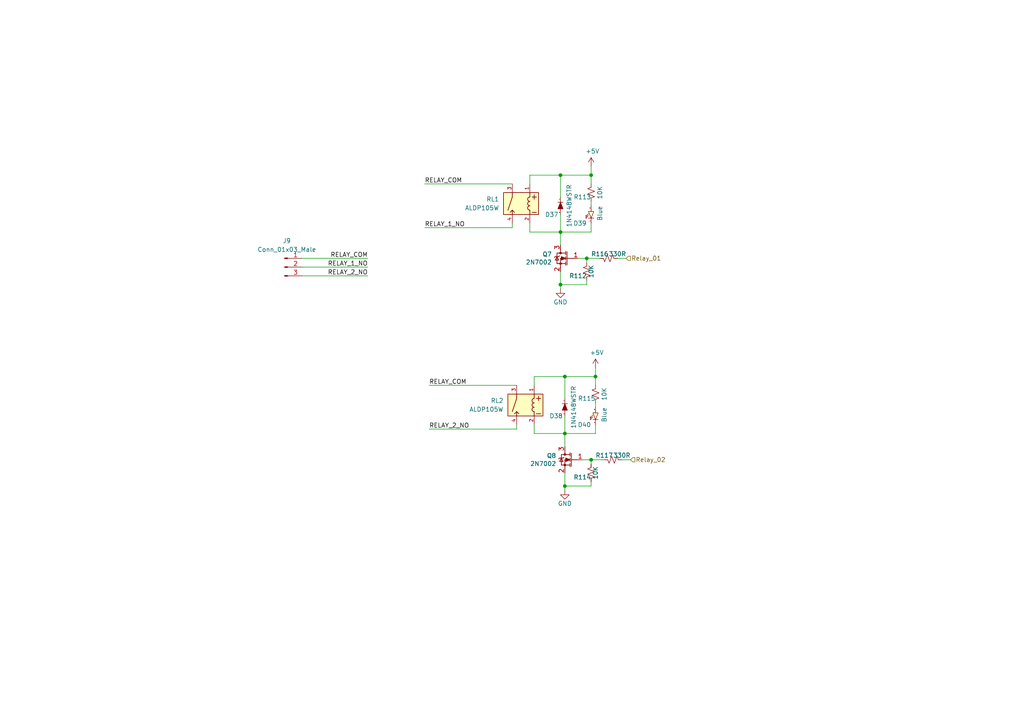
<source format=kicad_sch>
(kicad_sch (version 20231120) (generator "eeschema") (generator_version "8.0")
  (paper "A4")
  (lib_symbols
    (symbol "AKE_Connector_Socket:Conn_01x03_Male" (pin_names (offset 1.016) hide)
      (property "Reference" "J" (at 0 5.08 0))
      (property "Value" "Conn_01x03_Male" (at 0 -5.08 0))
      (symbol "Conn_01x03_Male_1_1"
        (polyline (pts (xy 1.27 -2.54) (xy 0.8636 -2.54)) (stroke (width 0.1524)))
        (polyline (pts (xy 1.27 0) (xy 0.8636 0)) (stroke (width 0.1524)))
        (polyline (pts (xy 1.27 2.54) (xy 0.8636 2.54)) (stroke (width 0.1524)))
        (rectangle (start 0.8636 -2.413) (end 0 -2.667) (stroke (width 0.1524)) (fill (type outline)))
        (rectangle (start 0.8636 0.127) (end 0 -0.127) (stroke (width 0.1524)) (fill (type outline)))
        (rectangle (start 0.8636 2.667) (end 0 2.413) (stroke (width 0.1524)) (fill (type outline)))
        (pin passive line (at 5.08 2.54 180) (length 3.81) (name "Pin_1") (number "1"))
        (pin passive line (at 5.08 0 180) (length 3.81) (name "Pin_2") (number "2"))
        (pin passive line (at 5.08 -2.54 180) (length 3.81) (name "Pin_3") (number "3"))
      )
    )
    (symbol "AKE_Diode:Diode_LED" (pin_names (offset 1.016))
      (property "Reference" "D" (at -3.81 2.54 0))
      (property "Value" "Diode_LED" (at -2.54 5.08 0))
      (symbol "Diode_LED_0_1"
        (polyline (pts (xy 1.27 1.27) (xy 1.524 1.27)) (stroke (width 0.1524)))
        (polyline (pts (xy 1.524 2.032) (xy 1.524 0.508)) (stroke (width 0.1524)))
        (polyline (pts (xy 2.286 0.508) (xy 1.524 -0.254)) (stroke (width 0.1524)))
        (polyline (pts (xy 2.794 0.508) (xy 2.032 -0.254)) (stroke (width 0.1524)))
        (polyline (pts (xy 3.81 1.27) (xy 3.429 1.27)) (stroke (width 0.1524)))
        (polyline (pts (xy 1.524 0) (xy 1.524 -0.254) (xy 1.778 -0.254)) (stroke (width 0.1524)))
        (polyline (pts (xy 2.032 0) (xy 2.032 -0.254) (xy 2.286 -0.254)) (stroke (width 0.1524)))
        (polyline (pts (xy 1.524 1.27) (xy 3.429 2.032) (xy 3.429 0.508) (xy 1.524 1.27)) (stroke (width 0.1524)) (fill (type background)))
      )
      (symbol "Diode_LED_1_1"
        (pin passive line (at 0 1.27 0) (length 1.27) (name "~") (number "1"))
        (pin passive line (at 5.08 1.27 180) (length 1.27) (name "~") (number "2"))
      )
    )
    (symbol "AKE_Diode:Diode_Standart" (pin_names (offset 1.016))
      (property "Reference" "D" (at -6.35 1.27 0))
      (property "Value" "Diode_Standart" (at -5.08 3.81 0))
      (symbol "Diode_Standart_0_1"
        (polyline (pts (xy 1.27 1.27) (xy 1.524 1.27)) (stroke (width 0.1524)))
        (polyline (pts (xy 1.524 2.032) (xy 1.524 0.508)) (stroke (width 0.1524)))
        (polyline (pts (xy 3.81 1.27) (xy 3.429 1.27)) (stroke (width 0.1524)))
        (polyline (pts (xy 1.524 1.27) (xy 3.429 2.032) (xy 3.429 0.508) (xy 1.524 1.27)) (stroke (width 0.1524)) (fill (type outline)))
      )
      (symbol "Diode_Standart_1_1"
        (pin passive line (at 0 1.27 0) (length 1.27) (name "~") (number "1"))
        (pin passive line (at 5.08 1.27 180) (length 1.27) (name "~") (number "2"))
      )
    )
    (symbol "AKE_Power:+5V" (power) (pin_names (offset 0))
      (property "Value" "+5V" (at 0 3.556 0))
      (symbol "+5V_0_1"
        (polyline (pts (xy -0.762 1.27) (xy 0 2.54)))
        (polyline (pts (xy 0 0) (xy 0 2.54)))
        (polyline (pts (xy 0 2.54) (xy 0.762 1.27)))
      )
      (symbol "+5V_1_1"
        (pin power_in line (at 0 0 90) (length 0) hide (name "+5V") (number "1"))
      )
    )
    (symbol "AKE_Power:GND" (power) (pin_names (offset 0))
      (property "Value" "GND" (at 0 -3.81 0))
      (symbol "GND_0_1"
        (polyline (pts (xy 0 0) (xy 0 -1.27) (xy 1.27 -1.27) (xy 0 -2.54) (xy -1.27 -1.27) (xy 0 -1.27)))
      )
      (symbol "GND_1_1"
        (pin power_in line (at 0 0 270) (length 0) hide (name "GND") (number "1"))
      )
    )
    (symbol "AKE_Relay:ALDP105W" (pin_names (offset 1.016))
      (property "Reference" "RL" (at -6.35 6.35 0))
      (property "Value" "ALDP105W" (at -5.08 3.81 0))
      (symbol "ALDP105W_0_1"
        (polyline (pts (xy 0.635 3.175) (xy 1.905 3.175)) (stroke (width 0.2032)))
        (polyline (pts (xy 0.635 7.62) (xy 1.905 7.62)) (stroke (width 0.2032)))
        (polyline (pts (xy 1.27 8.255) (xy 1.27 6.985)) (stroke (width 0.2032)))
        (polyline (pts (xy 2.54 2.54) (xy 2.54 3.81)) (stroke (width 0.2032)))
        (polyline (pts (xy 2.54 8.89) (xy 2.54 7.62)) (stroke (width 0.2032)))
        (polyline (pts (xy 7.62 2.54) (xy 7.62 3.81)) (stroke (width 0.2032)))
        (polyline (pts (xy 7.62 3.81) (xy 6.985 3.175)) (stroke (width 0.2032)))
        (polyline (pts (xy 7.62 3.81) (xy 8.255 3.175)) (stroke (width 0.2032)))
        (polyline (pts (xy 7.62 7.62) (xy 8.89 3.81)) (stroke (width 0.2032)))
        (polyline (pts (xy 7.62 8.89) (xy 7.62 7.62)) (stroke (width 0.2032)))
        (rectangle (start 0 8.89) (end 10.16 2.54) (stroke (width 0.2032)) (fill (type background)))
        (arc (start 2.54 3.81) (mid 3.1722 4.445) (end 2.54 5.08) (stroke (width 0.2032)))
        (arc (start 2.54 5.08) (mid 3.1722 5.715) (end 2.54 6.35) (stroke (width 0.2032)))
        (arc (start 2.54 6.35) (mid 3.1722 6.985) (end 2.54 7.62) (stroke (width 0.2032)))
      )
      (symbol "ALDP105W_1_1"
        (pin input line (at 2.54 11.43 270) (length 2.54) (name "~") (number "1"))
        (pin input line (at 2.54 0 90) (length 2.54) (name "~") (number "2"))
        (pin input line (at 7.62 11.43 270) (length 2.54) (name "~") (number "3"))
        (pin input line (at 7.62 0 90) (length 2.54) (name "~") (number "4"))
      )
    )
    (symbol "AKE_Resistor:Resistor_US" (pin_numbers hide) (pin_names (offset 0.254) hide)
      (property "Reference" "R" (at 0.762 0.508 0))
      (property "Value" "Resistor_US" (at 0.762 -1.016 0))
      (symbol "Resistor_US_1_1"
        (polyline (pts (xy 0 0) (xy 1.016 -0.381) (xy 0 -0.762) (xy -1.016 -1.143) (xy 0 -1.524)))
        (polyline (pts (xy 0 1.524) (xy 1.016 1.143) (xy 0 0.762) (xy -1.016 0.381) (xy 0 0)))
        (pin passive line (at 0 2.54 270) (length 1.016) (name "~") (number "1"))
        (pin passive line (at 0 -2.54 90) (length 1.016) (name "~") (number "2"))
      )
    )
    (symbol "DC_DCU_v0.1-rescue:2N7002-AKE_Mosfet" (pin_names (offset 1.016))
      (property "Reference" "Q" (at 7.62 2.54 0))
      (property "Value" "2N7002-AKE_Mosfet" (at 11.43 0 0))
      (symbol "2N7002-AKE_Mosfet_0_1"
        (polyline (pts (xy 3.175 3.81) (xy 1.27 3.81)) (stroke (width 0.2032)))
        (polyline (pts (xy 3.175 5.715) (xy 3.175 1.905)) (stroke (width 0.2032)))
        (polyline (pts (xy 3.556 2.286) (xy 4.826 2.286)) (stroke (width 0.2032)))
        (polyline (pts (xy 3.556 2.794) (xy 3.556 1.778)) (stroke (width 0.2032)))
        (polyline (pts (xy 3.556 3.302) (xy 3.556 4.318)) (stroke (width 0.2032)))
        (polyline (pts (xy 3.556 3.81) (xy 5.08 3.81)) (stroke (width 0.2032)))
        (polyline (pts (xy 3.556 5.334) (xy 4.826 5.334)) (stroke (width 0.2032)))
        (polyline (pts (xy 3.556 5.842) (xy 3.556 4.826)) (stroke (width 0.2032)))
        (polyline (pts (xy 5.08 3.81) (xy 5.08 1.27)) (stroke (width 0.2032)))
        (polyline (pts (xy 5.08 6.35) (xy 5.08 5.334)) (stroke (width 0.2032)))
        (polyline (pts (xy 5.588 4.318) (xy 5.334 4.572)) (stroke (width 0.2032)))
        (polyline (pts (xy 4.826 2.286) (xy 5.588 2.286) (xy 6.096 2.286)) (stroke (width 0.2032)))
        (polyline (pts (xy 5.588 4.318) (xy 6.604 4.318) (xy 6.858 4.064)) (stroke (width 0.2032)))
        (polyline (pts (xy 6.096 2.286) (xy 6.096 5.334) (xy 4.826 5.334)) (stroke (width 0.2032)))
        (polyline (pts (xy 6.096 4.318) (xy 5.588 3.302) (xy 6.604 3.302) (xy 6.096 4.318)) (stroke (width 0.2032)))
        (polyline (pts (xy 3.556 3.81) (xy 4.826 4.318) (xy 4.826 3.556) (xy 4.826 3.302) (xy 3.556 3.81)) (stroke (width 0.2032)) (fill (type outline)))
        (circle (center 5.08 2.286) (radius 0.254) (stroke (width 0.2032)) (fill (type outline)))
        (circle (center 5.08 5.334) (radius 0.254) (stroke (width 0.2032)) (fill (type outline)))
      )
      (symbol "2N7002-AKE_Mosfet_1_1"
        (pin input line (at 0 3.81 0) (length 1.27) (name "~") (number "1"))
        (pin input line (at 5.08 0 90) (length 1.27) (name "~") (number "2"))
        (pin input line (at 5.08 7.62 270) (length 1.27) (name "~") (number "3"))
      )
    )
  )
  (junction (at 162.56 67.31))
  (junction (at 162.56 82.55))
  (junction (at 163.83 125.73))
  (junction (at 163.83 140.97))
  (junction (at 171.45 133.35))
  (junction (at 170.18 74.93))
  (junction (at 172.72 109.22))
  (junction (at 171.45 50.8))
  (junction (at 162.56 50.8))
  (junction (at 163.83 109.22))
  (wire (pts (xy 124.46 111.76) (xy 149.86 111.76)))
  (wire (pts (xy 154.94 109.22) (xy 163.83 109.22)))
  (wire (pts (xy 168.91 133.35) (xy 171.45 133.35)))
  (wire (pts (xy 163.83 109.22) (xy 163.83 115.57)))
  (wire (pts (xy 171.45 140.97) (xy 163.83 140.97)))
  (wire (pts (xy 171.45 67.31) (xy 162.56 67.31)))
  (wire (pts (xy 153.67 50.8) (xy 153.67 53.34)))
  (wire (pts (xy 170.18 81.28) (xy 170.18 82.55)))
  (wire (pts (xy 162.56 67.31) (xy 162.56 71.12)))
  (wire (pts (xy 171.45 134.62) (xy 171.45 133.35)))
  (wire (pts (xy 124.46 124.46) (xy 149.86 124.46)))
  (wire (pts (xy 153.67 64.77) (xy 153.67 67.31)))
  (wire (pts (xy 172.72 109.22) (xy 163.83 109.22)))
  (wire (pts (xy 171.45 139.7) (xy 171.45 140.97)))
  (wire (pts (xy 154.94 123.19) (xy 154.94 125.73)))
  (wire (pts (xy 172.72 106.68) (xy 172.72 109.22)))
  (wire (pts (xy 163.83 120.65) (xy 163.83 125.73)))
  (wire (pts (xy 172.72 116.84) (xy 172.72 118.11)))
  (wire (pts (xy 163.83 142.24) (xy 163.83 140.97)))
  (wire (pts (xy 170.18 74.93) (xy 173.99 74.93)))
  (wire (pts (xy 162.56 50.8) (xy 162.56 57.15)))
  (wire (pts (xy 170.18 76.2) (xy 170.18 74.93)))
  (wire (pts (xy 171.45 133.35) (xy 175.26 133.35)))
  (wire (pts (xy 172.72 111.76) (xy 172.72 109.22)))
  (wire (pts (xy 181.61 74.93) (xy 179.07 74.93)))
  (wire (pts (xy 163.83 140.97) (xy 163.83 137.16)))
  (wire (pts (xy 171.45 64.77) (xy 171.45 67.31)))
  (wire (pts (xy 171.45 58.42) (xy 171.45 59.69)))
  (wire (pts (xy 171.45 48.26) (xy 171.45 50.8)))
  (wire (pts (xy 153.67 50.8) (xy 162.56 50.8)))
  (wire (pts (xy 170.18 82.55) (xy 162.56 82.55)))
  (wire (pts (xy 162.56 62.23) (xy 162.56 67.31)))
  (wire (pts (xy 172.72 125.73) (xy 163.83 125.73)))
  (wire (pts (xy 87.63 77.47) (xy 106.68 77.47)))
  (wire (pts (xy 171.45 53.34) (xy 171.45 50.8)))
  (wire (pts (xy 182.88 133.35) (xy 180.34 133.35)))
  (wire (pts (xy 123.19 53.34) (xy 148.59 53.34)))
  (wire (pts (xy 162.56 83.82) (xy 162.56 82.55)))
  (wire (pts (xy 163.83 125.73) (xy 154.94 125.73)))
  (wire (pts (xy 163.83 125.73) (xy 163.83 129.54)))
  (wire (pts (xy 172.72 123.19) (xy 172.72 125.73)))
  (wire (pts (xy 162.56 67.31) (xy 153.67 67.31)))
  (wire (pts (xy 149.86 124.46) (xy 149.86 123.19)))
  (wire (pts (xy 154.94 109.22) (xy 154.94 111.76)))
  (wire (pts (xy 148.59 66.04) (xy 148.59 64.77)))
  (wire (pts (xy 167.64 74.93) (xy 170.18 74.93)))
  (wire (pts (xy 171.45 50.8) (xy 162.56 50.8)))
  (wire (pts (xy 123.19 66.04) (xy 148.59 66.04)))
  (wire (pts (xy 87.63 74.93) (xy 106.68 74.93)))
  (wire (pts (xy 87.63 80.01) (xy 106.68 80.01)))
  (wire (pts (xy 162.56 82.55) (xy 162.56 78.74)))
  (label "RELAY_COM" (at 124.46 111.76 0))
  (label "RELAY_1_NO" (at 123.19 66.04 0))
  (label "RELAY_1_NO" (at 106.68 77.47 180))
  (label "RELAY_2_NO" (at 106.68 80.01 180))
  (label "RELAY_2_NO" (at 124.46 124.46 0))
  (label "RELAY_COM" (at 123.19 53.34 0))
  (label "RELAY_COM" (at 106.68 74.93 180))
  (hierarchical_label "Relay_01" (shape input) (at 181.61 74.93 0))
  (hierarchical_label "Relay_02" (shape input) (at 182.88 133.35 0))
  (symbol (lib_id "AKE_Power:GND") (at 162.56 83.82 0) (mirror y) (unit 1)
    (property "Reference" "#PWR0157" (effects (hide yes)))
    (property "Value" "GND" (at 162.56 87.63 0))
  )
  (symbol (lib_id "DC_DCU_v0.1-rescue:2N7002-AKE_Mosfet") (at 167.64 78.74 0) (mirror y) (unit 1)
    (property "Reference" "Q7" (at 160.0708 73.7616 0) (effects (justify left)))
    (property "Value" "2N7002" (at 160.0708 76.073 0) (effects (justify left)))
    (property "Footprint" "AKE_Mosfet_SMD:SOT-23" (effects (hide yes)))
    (property "MFG P/N" "2N7002" (effects (hide yes)))
  )
  (symbol (lib_id "AKE_Connector_Socket:Conn_01x03_Male") (at 82.55 77.47 0) (unit 1)
    (property "Reference" "J9" (at 83.185 69.85 0))
    (property "Value" "Conn_01x03_Male" (at 83.185 72.39 0))
    (property "Footprint" "AKE_Connector_Socket_TH:PhoenixContact_MC_1,5_3-G-3.81_1x03_P3.81mm_Horizontal" (effects (hide yes)))
  )
  (symbol (lib_id "AKE_Resistor:Resistor_US") (at 171.45 55.88 0) (mirror x) (unit 1)
    (property "Reference" "R113" (at 168.91 57.15 0))
    (property "Value" "10K" (at 173.99 55.88 90))
    (property "Footprint" "AKE_Resistor_SMD:RES_0603" (effects (hide yes)))
    (property "MFG P/N" "*" (effects (hide yes)))
  )
  (symbol (lib_id "AKE_Diode:Diode_Standart") (at 165.1 115.57 90) (mirror x) (unit 1)
    (property "Reference" "D38" (at 161.29 120.65 90))
    (property "Value" "1N4148WSTR" (at 166.37 118.11 0))
    (property "Footprint" "AKE_Diode_SMD:SOD-323" (effects (hide yes)))
    (property "Datasheet" "http://www.smc-diodes.com/propdf/1N4148WS%20N0572%20REV.B.pdf" (effects (hide yes)))
    (property "MFG P/N" "1N4148WSTR" (effects (hide yes)))
  )
  (symbol (lib_id "AKE_Diode:Diode_Standart") (at 163.83 57.15 90) (mirror x) (unit 1)
    (property "Reference" "D37" (at 160.02 62.23 90))
    (property "Value" "1N4148WSTR" (at 165.1 59.69 0))
    (property "Footprint" "AKE_Diode_SMD:SOD-323" (effects (hide yes)))
    (property "Datasheet" "http://www.smc-diodes.com/propdf/1N4148WS%20N0572%20REV.B.pdf" (effects (hide yes)))
    (property "MFG P/N" "1N4148WSTR" (effects (hide yes)))
  )
  (symbol (lib_id "AKE_Resistor:Resistor_US") (at 177.8 133.35 90) (mirror x) (unit 1)
    (property "Reference" "R117" (at 175.26 132.08 90))
    (property "Value" "330R" (at 180.34 132.08 90))
    (property "Footprint" "AKE_Resistor_SMD:RES_0603" (effects (hide yes)))
    (property "MFG P/N" "*" (effects (hide yes)))
  )
  (symbol (lib_id "AKE_Relay:ALDP105W") (at 156.21 64.77 0) (mirror y) (unit 1)
    (property "Reference" "RL1" (at 144.78 57.7849 0) (effects (justify left)))
    (property "Value" "ALDP105W" (at 144.78 60.3249 0) (effects (justify left)))
    (property "Footprint" "AKE_Relay_TH:Relay_1P1T_NO_7x20x14.9mm_Panasonic_ALDP" (effects (hide yes)))
    (property "Datasheet" "https://cdn.ozdisan.com/ETicaret_Dosya/344650_115524.pdf" (effects (hide yes)))
    (property "Description" "General Purpose Relay SPST-NO (1 Form A) 5VDC Coil Through Hole 5 Amper Power Relay" (effects (hide yes)))
    (property "MFG P/N" "ALDP105W" (effects (hide yes)))
  )
  (symbol (lib_id "AKE_Relay:ALDP105W") (at 157.48 123.19 0) (mirror y) (unit 1)
    (property "Reference" "RL2" (at 146.05 116.2049 0) (effects (justify left)))
    (property "Value" "ALDP105W" (at 146.05 118.7449 0) (effects (justify left)))
    (property "Footprint" "AKE_Relay_TH:Relay_1P1T_NO_7x20x14.9mm_Panasonic_ALDP" (effects (hide yes)))
    (property "Datasheet" "https://cdn.ozdisan.com/ETicaret_Dosya/344650_115524.pdf" (effects (hide yes)))
    (property "Description" "General Purpose Relay SPST-NO (1 Form A) 5VDC Coil Through Hole 5 Amper Power Relay" (effects (hide yes)))
    (property "MFG P/N" "ALDP105W" (effects (hide yes)))
  )
  (symbol (lib_id "AKE_Diode:Diode_LED") (at 170.18 64.77 270) (mirror x) (unit 1)
    (property "Reference" "D39" (at 170.18 64.77 90) (effects (justify right)))
    (property "Value" "Blue" (at 173.99 59.69 0) (effects (justify right)))
    (property "Footprint" "AKE_Led_SMD:LED_0805" (effects (hide yes)))
    (property "MFG P/N" "*" (effects (hide yes)))
  )
  (symbol (lib_id "AKE_Power:GND") (at 163.83 142.24 0) (mirror y) (unit 1)
    (property "Reference" "#PWR0158" (effects (hide yes)))
    (property "Value" "GND" (at 163.83 146.05 0))
  )
  (symbol (lib_id "AKE_Resistor:Resistor_US") (at 170.18 78.74 0) (mirror x) (unit 1)
    (property "Reference" "R112" (at 167.64 80.01 0))
    (property "Value" "10K" (at 171.45 78.74 90))
    (property "Footprint" "AKE_Resistor_SMD:RES_0603" (effects (hide yes)))
    (property "MFG P/N" "*" (effects (hide yes)))
  )
  (symbol (lib_id "AKE_Power:+5V") (at 172.72 106.68 0) (unit 1)
    (property "Reference" "#PWR0160" (effects (hide yes)))
    (property "Value" "+5V" (at 173.101 102.2858 0))
  )
  (symbol (lib_id "AKE_Diode:Diode_LED") (at 171.45 123.19 270) (mirror x) (unit 1)
    (property "Reference" "D40" (at 171.45 123.19 90) (effects (justify right)))
    (property "Value" "Blue" (at 175.26 118.11 0) (effects (justify right)))
    (property "Footprint" "AKE_Led_SMD:LED_0805" (effects (hide yes)))
    (property "MFG P/N" "*" (effects (hide yes)))
  )
  (symbol (lib_id "DC_DCU_v0.1-rescue:2N7002-AKE_Mosfet") (at 168.91 137.16 0) (mirror y) (unit 1)
    (property "Reference" "Q8" (at 161.3408 132.1816 0) (effects (justify left)))
    (property "Value" "2N7002" (at 161.3408 134.493 0) (effects (justify left)))
    (property "Footprint" "AKE_Mosfet_SMD:SOT-23" (effects (hide yes)))
    (property "MFG P/N" "2N7002" (effects (hide yes)))
  )
  (symbol (lib_id "AKE_Resistor:Resistor_US") (at 172.72 114.3 0) (mirror x) (unit 1)
    (property "Reference" "R115" (at 170.18 115.57 0))
    (property "Value" "10K" (at 175.26 114.3 90))
    (property "Footprint" "AKE_Resistor_SMD:RES_0603" (effects (hide yes)))
    (property "MFG P/N" "*" (effects (hide yes)))
  )
  (symbol (lib_id "AKE_Resistor:Resistor_US") (at 171.45 137.16 0) (mirror x) (unit 1)
    (property "Reference" "R114" (at 168.91 138.43 0))
    (property "Value" "10K" (at 172.72 137.16 90))
    (property "Footprint" "AKE_Resistor_SMD:RES_0603" (effects (hide yes)))
    (property "MFG P/N" "*" (effects (hide yes)))
  )
  (symbol (lib_id "AKE_Power:+5V") (at 171.45 48.26 0) (unit 1)
    (property "Reference" "#PWR0159" (effects (hide yes)))
    (property "Value" "+5V" (at 171.831 43.8658 0))
  )
  (symbol (lib_id "AKE_Resistor:Resistor_US") (at 176.53 74.93 90) (mirror x) (unit 1)
    (property "Reference" "R116" (at 173.99 73.66 90))
    (property "Value" "330R" (at 179.07 73.66 90))
    (property "Footprint" "AKE_Resistor_SMD:RES_0603" (effects (hide yes)))
    (property "MFG P/N" "*" (effects (hide yes)))
  )
)
</source>
